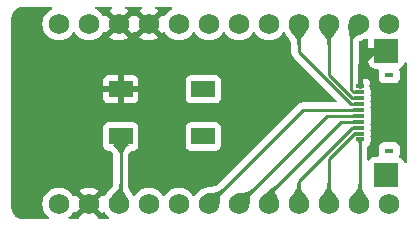
<source format=gbl>
G04 #@! TF.GenerationSoftware,KiCad,Pcbnew,7.0.8*
G04 #@! TF.CreationDate,2024-04-01T14:50:31+01:00*
G04 #@! TF.ProjectId,daughterboard,64617567-6874-4657-9262-6f6172642e6b,rev?*
G04 #@! TF.SameCoordinates,Original*
G04 #@! TF.FileFunction,Copper,L2,Bot*
G04 #@! TF.FilePolarity,Positive*
%FSLAX46Y46*%
G04 Gerber Fmt 4.6, Leading zero omitted, Abs format (unit mm)*
G04 Created by KiCad (PCBNEW 7.0.8) date 2024-04-01 14:50:31*
%MOMM*%
%LPD*%
G01*
G04 APERTURE LIST*
G04 Aperture macros list*
%AMRoundRect*
0 Rectangle with rounded corners*
0 $1 Rounding radius*
0 $2 $3 $4 $5 $6 $7 $8 $9 X,Y pos of 4 corners*
0 Add a 4 corners polygon primitive as box body*
4,1,4,$2,$3,$4,$5,$6,$7,$8,$9,$2,$3,0*
0 Add four circle primitives for the rounded corners*
1,1,$1+$1,$2,$3*
1,1,$1+$1,$4,$5*
1,1,$1+$1,$6,$7*
1,1,$1+$1,$8,$9*
0 Add four rect primitives between the rounded corners*
20,1,$1+$1,$2,$3,$4,$5,0*
20,1,$1+$1,$4,$5,$6,$7,0*
20,1,$1+$1,$6,$7,$8,$9,0*
20,1,$1+$1,$8,$9,$2,$3,0*%
G04 Aperture macros list end*
G04 #@! TA.AperFunction,ComponentPad*
%ADD10C,1.752600*%
G04 #@! TD*
G04 #@! TA.AperFunction,ComponentPad*
%ADD11RoundRect,0.250001X-0.799999X-0.799999X0.799999X-0.799999X0.799999X0.799999X-0.799999X0.799999X0*%
G04 #@! TD*
G04 #@! TA.AperFunction,SMDPad,CuDef*
%ADD12R,2.000000X1.400000*%
G04 #@! TD*
G04 #@! TA.AperFunction,SMDPad,CuDef*
%ADD13R,0.800000X0.300000*%
G04 #@! TD*
G04 #@! TA.AperFunction,SMDPad,CuDef*
%ADD14R,0.800000X0.400000*%
G04 #@! TD*
G04 #@! TA.AperFunction,Conductor*
%ADD15C,0.250000*%
G04 #@! TD*
G04 #@! TA.AperFunction,Conductor*
%ADD16C,0.381000*%
G04 #@! TD*
G04 APERTURE END LIST*
D10*
X104000000Y-101475000D03*
X106540000Y-101475000D03*
X109080000Y-101475000D03*
X111620000Y-101475000D03*
X114160000Y-101475000D03*
X116700000Y-101475000D03*
X119240000Y-101475000D03*
X121780000Y-101475000D03*
X124320000Y-101475000D03*
X126860000Y-101475000D03*
X129400000Y-101475000D03*
X131940000Y-101475000D03*
X131940000Y-116715000D03*
X129400000Y-116715000D03*
X126860000Y-116715000D03*
X124320000Y-116715000D03*
X121780000Y-116715000D03*
X119240000Y-116715000D03*
X116700000Y-116715000D03*
X114160000Y-116715000D03*
X111620000Y-116715000D03*
X109080000Y-116715000D03*
X106540000Y-116715000D03*
X104000000Y-116715000D03*
D11*
X131750000Y-114250000D03*
X131750000Y-103750000D03*
D12*
X109250000Y-111000000D03*
X116250000Y-111000000D03*
X109250000Y-107000000D03*
X116250000Y-107000000D03*
D13*
X129500000Y-106750000D03*
X129500000Y-107250000D03*
X129500000Y-107750000D03*
X129500000Y-108250000D03*
X129500000Y-108750000D03*
X129500000Y-109250000D03*
X129500000Y-109750000D03*
X129500000Y-110250000D03*
X129500000Y-110750000D03*
X129500000Y-111250000D03*
D14*
X132000000Y-105800000D03*
X132000000Y-112200000D03*
D15*
X129500000Y-108750000D02*
X124665000Y-108750000D01*
X124665000Y-108750000D02*
X116700000Y-116715000D01*
X129500000Y-109250000D02*
X126705000Y-109250000D01*
X126705000Y-109250000D02*
X119240000Y-116715000D01*
X129500000Y-109750000D02*
X127873500Y-109750000D01*
X121780000Y-115843500D02*
X121780000Y-116715000D01*
X127873500Y-109750000D02*
X121780000Y-115843500D01*
X124320000Y-114783984D02*
X124320000Y-116715000D01*
X128853984Y-110250000D02*
X129500000Y-110250000D01*
X128853984Y-110250000D02*
X124320000Y-114783984D01*
X128990380Y-110750000D02*
X126860000Y-112880380D01*
X129500000Y-110750000D02*
X128990380Y-110750000D01*
X126860000Y-112880380D02*
X126860000Y-116715000D01*
X129500000Y-111250000D02*
X129500000Y-116615000D01*
X129500000Y-116615000D02*
X129400000Y-116715000D01*
X128717588Y-108250000D02*
X124320000Y-103852412D01*
X124320000Y-103852412D02*
X124320000Y-101475000D01*
X129500000Y-108250000D02*
X128717588Y-108250000D01*
X128853984Y-107750000D02*
X126860000Y-105756016D01*
X126860000Y-105756016D02*
X126860000Y-101475000D01*
X129500000Y-107750000D02*
X128853984Y-107750000D01*
X129500000Y-107250000D02*
X128990380Y-107250000D01*
X128775000Y-102100000D02*
X129400000Y-101475000D01*
X128990380Y-107250000D02*
X128775000Y-107034620D01*
X128775000Y-107034620D02*
X128775000Y-102100000D01*
D16*
X131750000Y-103750000D02*
X130700001Y-103750000D01*
X129500000Y-104950001D02*
X129500000Y-106709500D01*
X130700001Y-103750000D02*
X129500000Y-104950001D01*
D15*
X109250000Y-111000000D02*
X109250000Y-116545000D01*
X109250000Y-116545000D02*
X109080000Y-116715000D01*
G04 #@! TA.AperFunction,Conductor*
G36*
X103409254Y-100020185D02*
G01*
X103455009Y-100072989D01*
X103464953Y-100142147D01*
X103435928Y-100205703D01*
X103401234Y-100233553D01*
X103346633Y-100263103D01*
X103244379Y-100318440D01*
X103064323Y-100458582D01*
X103064319Y-100458586D01*
X102909787Y-100626451D01*
X102784989Y-100817470D01*
X102693335Y-101026422D01*
X102637323Y-101247608D01*
X102637321Y-101247616D01*
X102618481Y-101474994D01*
X102618481Y-101475005D01*
X102637321Y-101702383D01*
X102637323Y-101702391D01*
X102693335Y-101923577D01*
X102784989Y-102132529D01*
X102909787Y-102323548D01*
X103055336Y-102481655D01*
X103064323Y-102491417D01*
X103244381Y-102631561D01*
X103445050Y-102740158D01*
X103568970Y-102782700D01*
X103659435Y-102813757D01*
X103660857Y-102814245D01*
X103885915Y-102851800D01*
X104114085Y-102851800D01*
X104339143Y-102814245D01*
X104554950Y-102740158D01*
X104755619Y-102631561D01*
X104935677Y-102491417D01*
X105090213Y-102323547D01*
X105166191Y-102207252D01*
X105219337Y-102161896D01*
X105288568Y-102152472D01*
X105351904Y-102181973D01*
X105373807Y-102207251D01*
X105383006Y-102221330D01*
X105449787Y-102323548D01*
X105595336Y-102481655D01*
X105604323Y-102491417D01*
X105784381Y-102631561D01*
X105985050Y-102740158D01*
X106108970Y-102782700D01*
X106199435Y-102813757D01*
X106200857Y-102814245D01*
X106425915Y-102851800D01*
X106654085Y-102851800D01*
X106879143Y-102814245D01*
X107094950Y-102740158D01*
X107295619Y-102631561D01*
X107475677Y-102491417D01*
X107630213Y-102323547D01*
X107706491Y-102206795D01*
X107759636Y-102161439D01*
X107828868Y-102152015D01*
X107892203Y-102181517D01*
X107914108Y-102206796D01*
X107945934Y-102255510D01*
X108557368Y-101644077D01*
X108560594Y-101659597D01*
X108629658Y-101792886D01*
X108732123Y-101902598D01*
X108860388Y-101980598D01*
X108913166Y-101995385D01*
X108298088Y-102610462D01*
X108298089Y-102610463D01*
X108324651Y-102631137D01*
X108324652Y-102631139D01*
X108525250Y-102739698D01*
X108525255Y-102739700D01*
X108740976Y-102813757D01*
X108965958Y-102851300D01*
X109194042Y-102851300D01*
X109419023Y-102813757D01*
X109634744Y-102739700D01*
X109634749Y-102739698D01*
X109835346Y-102631139D01*
X109835349Y-102631137D01*
X109861910Y-102610463D01*
X109248603Y-101997156D01*
X109366412Y-101945985D01*
X109482862Y-101851246D01*
X109569433Y-101728603D01*
X109600300Y-101641748D01*
X110214063Y-102255511D01*
X110246190Y-102206337D01*
X110299336Y-102160980D01*
X110368567Y-102151556D01*
X110431903Y-102181057D01*
X110453808Y-102206337D01*
X110485934Y-102255510D01*
X111097368Y-101644077D01*
X111100594Y-101659597D01*
X111169658Y-101792886D01*
X111272123Y-101902598D01*
X111400388Y-101980598D01*
X111453166Y-101995385D01*
X110838088Y-102610462D01*
X110838089Y-102610463D01*
X110864651Y-102631137D01*
X110864652Y-102631139D01*
X111065250Y-102739698D01*
X111065255Y-102739700D01*
X111280976Y-102813757D01*
X111505958Y-102851300D01*
X111734042Y-102851300D01*
X111959023Y-102813757D01*
X112174744Y-102739700D01*
X112174749Y-102739698D01*
X112375346Y-102631139D01*
X112375349Y-102631137D01*
X112401910Y-102610463D01*
X111788603Y-101997156D01*
X111906412Y-101945985D01*
X112022862Y-101851246D01*
X112109433Y-101728603D01*
X112140300Y-101641748D01*
X112754063Y-102255511D01*
X112785891Y-102206795D01*
X112839037Y-102161438D01*
X112908268Y-102152014D01*
X112971604Y-102181515D01*
X112993509Y-102206795D01*
X113069787Y-102323548D01*
X113215336Y-102481655D01*
X113224323Y-102491417D01*
X113404381Y-102631561D01*
X113605050Y-102740158D01*
X113728970Y-102782700D01*
X113819435Y-102813757D01*
X113820857Y-102814245D01*
X114045915Y-102851800D01*
X114274085Y-102851800D01*
X114499143Y-102814245D01*
X114714950Y-102740158D01*
X114915619Y-102631561D01*
X115095677Y-102491417D01*
X115250213Y-102323547D01*
X115326191Y-102207252D01*
X115379337Y-102161896D01*
X115448568Y-102152472D01*
X115511904Y-102181973D01*
X115533807Y-102207251D01*
X115543006Y-102221330D01*
X115609787Y-102323548D01*
X115755336Y-102481655D01*
X115764323Y-102491417D01*
X115944381Y-102631561D01*
X116145050Y-102740158D01*
X116268970Y-102782700D01*
X116359435Y-102813757D01*
X116360857Y-102814245D01*
X116585915Y-102851800D01*
X116814085Y-102851800D01*
X117039143Y-102814245D01*
X117254950Y-102740158D01*
X117455619Y-102631561D01*
X117635677Y-102491417D01*
X117790213Y-102323547D01*
X117866191Y-102207252D01*
X117919337Y-102161896D01*
X117988568Y-102152472D01*
X118051904Y-102181973D01*
X118073807Y-102207251D01*
X118083006Y-102221330D01*
X118149787Y-102323548D01*
X118295336Y-102481655D01*
X118304323Y-102491417D01*
X118484381Y-102631561D01*
X118685050Y-102740158D01*
X118808970Y-102782700D01*
X118899435Y-102813757D01*
X118900857Y-102814245D01*
X119125915Y-102851800D01*
X119354085Y-102851800D01*
X119579143Y-102814245D01*
X119794950Y-102740158D01*
X119995619Y-102631561D01*
X120175677Y-102491417D01*
X120330213Y-102323547D01*
X120406191Y-102207252D01*
X120459337Y-102161896D01*
X120528568Y-102152472D01*
X120591904Y-102181973D01*
X120613807Y-102207251D01*
X120623006Y-102221330D01*
X120689787Y-102323548D01*
X120835336Y-102481655D01*
X120844323Y-102491417D01*
X121024381Y-102631561D01*
X121225050Y-102740158D01*
X121348970Y-102782700D01*
X121439435Y-102813757D01*
X121440857Y-102814245D01*
X121665915Y-102851800D01*
X121894085Y-102851800D01*
X122119143Y-102814245D01*
X122334950Y-102740158D01*
X122535619Y-102631561D01*
X122715677Y-102491417D01*
X122870213Y-102323547D01*
X122891111Y-102291561D01*
X122914663Y-102255511D01*
X122943240Y-102211769D01*
X122996384Y-102166413D01*
X123065616Y-102156989D01*
X123128952Y-102186490D01*
X123156508Y-102221328D01*
X123174702Y-102255511D01*
X123255754Y-102407790D01*
X123267035Y-102426913D01*
X123274368Y-102438179D01*
X123280224Y-102447176D01*
X123286308Y-102455686D01*
X123293068Y-102465144D01*
X123484199Y-102709230D01*
X123595664Y-102850238D01*
X123611530Y-102876395D01*
X123651130Y-102964700D01*
X123661224Y-103001717D01*
X123691445Y-103273133D01*
X123693921Y-103291127D01*
X123694500Y-103299587D01*
X123694500Y-103769667D01*
X123692775Y-103785284D01*
X123693061Y-103785311D01*
X123692326Y-103793077D01*
X123694500Y-103862226D01*
X123694500Y-103891755D01*
X123694501Y-103891772D01*
X123695368Y-103898643D01*
X123695826Y-103904462D01*
X123697290Y-103951036D01*
X123697291Y-103951039D01*
X123702880Y-103970279D01*
X123706824Y-103989323D01*
X123709336Y-104009203D01*
X123726490Y-104052531D01*
X123728382Y-104058059D01*
X123741381Y-104102800D01*
X123751580Y-104120046D01*
X123760138Y-104137515D01*
X123767514Y-104156144D01*
X123794898Y-104193835D01*
X123798106Y-104198719D01*
X123821827Y-104238828D01*
X123821833Y-104238836D01*
X123835990Y-104252992D01*
X123848628Y-104267788D01*
X123860405Y-104283998D01*
X123860406Y-104283999D01*
X123896309Y-104313700D01*
X123900620Y-104317622D01*
X125739643Y-106156645D01*
X127495817Y-107912819D01*
X127529302Y-107974142D01*
X127524318Y-108043834D01*
X127482446Y-108099767D01*
X127416982Y-108124184D01*
X127408136Y-108124500D01*
X124747743Y-108124500D01*
X124732122Y-108122775D01*
X124732096Y-108123061D01*
X124724334Y-108122327D01*
X124724333Y-108122327D01*
X124655186Y-108124500D01*
X124625649Y-108124500D01*
X124618766Y-108125369D01*
X124612949Y-108125826D01*
X124566373Y-108127290D01*
X124547129Y-108132881D01*
X124528079Y-108136825D01*
X124508211Y-108139334D01*
X124464884Y-108156488D01*
X124459358Y-108158379D01*
X124414614Y-108171379D01*
X124414610Y-108171381D01*
X124397366Y-108181579D01*
X124379905Y-108190133D01*
X124361274Y-108197510D01*
X124361262Y-108197517D01*
X124323570Y-108224902D01*
X124318687Y-108228109D01*
X124278580Y-108251829D01*
X124264414Y-108265995D01*
X124249624Y-108278627D01*
X124233414Y-108290404D01*
X124233411Y-108290407D01*
X124203710Y-108326309D01*
X124199777Y-108330631D01*
X117548688Y-114981719D01*
X117530268Y-114995984D01*
X117530664Y-114996559D01*
X117527028Y-114999063D01*
X117313728Y-115169622D01*
X117280415Y-115188659D01*
X117189972Y-115223099D01*
X117160257Y-115230376D01*
X116981732Y-115251267D01*
X116673999Y-115288710D01*
X116652240Y-115292327D01*
X116640417Y-115294826D01*
X116628593Y-115297326D01*
X116612841Y-115301387D01*
X116607065Y-115302876D01*
X116381226Y-115371816D01*
X116373322Y-115373674D01*
X116360866Y-115375752D01*
X116360859Y-115375754D01*
X116332251Y-115385574D01*
X116300918Y-115396331D01*
X116223599Y-115419935D01*
X116212164Y-115423726D01*
X116206850Y-115425629D01*
X116205457Y-115426128D01*
X116205455Y-115426129D01*
X116179635Y-115437698D01*
X116174416Y-115439759D01*
X116145053Y-115449840D01*
X116145047Y-115449843D01*
X115944383Y-115558437D01*
X115944379Y-115558439D01*
X115764323Y-115698582D01*
X115764319Y-115698586D01*
X115609787Y-115866451D01*
X115533809Y-115982746D01*
X115480663Y-116028103D01*
X115411431Y-116037527D01*
X115348095Y-116008025D01*
X115326191Y-115982746D01*
X115250212Y-115866451D01*
X115095680Y-115698586D01*
X115095676Y-115698582D01*
X114942726Y-115579537D01*
X114915619Y-115558439D01*
X114714950Y-115449842D01*
X114714942Y-115449839D01*
X114499145Y-115375755D01*
X114274085Y-115338200D01*
X114045915Y-115338200D01*
X113820854Y-115375755D01*
X113605057Y-115449839D01*
X113605049Y-115449842D01*
X113404379Y-115558440D01*
X113224323Y-115698582D01*
X113224319Y-115698586D01*
X113069787Y-115866451D01*
X112993809Y-115982746D01*
X112940663Y-116028103D01*
X112871431Y-116037527D01*
X112808095Y-116008025D01*
X112786191Y-115982746D01*
X112710212Y-115866451D01*
X112555680Y-115698586D01*
X112555676Y-115698582D01*
X112402726Y-115579537D01*
X112375619Y-115558439D01*
X112174950Y-115449842D01*
X112174942Y-115449839D01*
X111959145Y-115375755D01*
X111734085Y-115338200D01*
X111505915Y-115338200D01*
X111280854Y-115375755D01*
X111065057Y-115449839D01*
X111065049Y-115449842D01*
X110864379Y-115558440D01*
X110684323Y-115698582D01*
X110684319Y-115698586D01*
X110529789Y-115866449D01*
X110461898Y-115970365D01*
X110408751Y-116015721D01*
X110339520Y-116025145D01*
X110276184Y-115995643D01*
X110246462Y-115956537D01*
X110235918Y-115934738D01*
X110180250Y-115819651D01*
X110174911Y-115809236D01*
X110172030Y-115803923D01*
X110169107Y-115798531D01*
X110166957Y-115794774D01*
X110163357Y-115788482D01*
X110025078Y-115559166D01*
X109950541Y-115422286D01*
X109940559Y-115398236D01*
X109905393Y-115279600D01*
X109900610Y-115253386D01*
X109900455Y-115251267D01*
X109879951Y-114970272D01*
X109876091Y-114934736D01*
X109875863Y-114932636D01*
X109875500Y-114925935D01*
X109875500Y-112580736D01*
X109892782Y-112517592D01*
X109898763Y-112507483D01*
X109915194Y-112479713D01*
X109917441Y-112476197D01*
X110007791Y-112344853D01*
X110010932Y-112340679D01*
X110088876Y-112245791D01*
X110146639Y-112206483D01*
X110184694Y-112200499D01*
X110297871Y-112200499D01*
X110297872Y-112200499D01*
X110357483Y-112194091D01*
X110492331Y-112143796D01*
X110607546Y-112057546D01*
X110693796Y-111942331D01*
X110744091Y-111807483D01*
X110750500Y-111747873D01*
X110750500Y-111747870D01*
X114749500Y-111747870D01*
X114749501Y-111747876D01*
X114755908Y-111807483D01*
X114806202Y-111942328D01*
X114806206Y-111942335D01*
X114892452Y-112057544D01*
X114892455Y-112057547D01*
X115007664Y-112143793D01*
X115007671Y-112143797D01*
X115142517Y-112194091D01*
X115142516Y-112194091D01*
X115149444Y-112194835D01*
X115202127Y-112200500D01*
X117297872Y-112200499D01*
X117357483Y-112194091D01*
X117492331Y-112143796D01*
X117607546Y-112057546D01*
X117693796Y-111942331D01*
X117744091Y-111807483D01*
X117750500Y-111747873D01*
X117750499Y-110252128D01*
X117744091Y-110192517D01*
X117693796Y-110057669D01*
X117693795Y-110057668D01*
X117693793Y-110057664D01*
X117607547Y-109942455D01*
X117607544Y-109942452D01*
X117492335Y-109856206D01*
X117492328Y-109856202D01*
X117357482Y-109805908D01*
X117357483Y-109805908D01*
X117297883Y-109799501D01*
X117297881Y-109799500D01*
X117297873Y-109799500D01*
X117297864Y-109799500D01*
X115202129Y-109799500D01*
X115202123Y-109799501D01*
X115142516Y-109805908D01*
X115007671Y-109856202D01*
X115007664Y-109856206D01*
X114892455Y-109942452D01*
X114892452Y-109942455D01*
X114806206Y-110057664D01*
X114806202Y-110057671D01*
X114755908Y-110192517D01*
X114749501Y-110252116D01*
X114749501Y-110252123D01*
X114749500Y-110252135D01*
X114749500Y-111747870D01*
X110750500Y-111747870D01*
X110750499Y-110252128D01*
X110744091Y-110192517D01*
X110693796Y-110057669D01*
X110693795Y-110057668D01*
X110693793Y-110057664D01*
X110607547Y-109942455D01*
X110607544Y-109942452D01*
X110492335Y-109856206D01*
X110492328Y-109856202D01*
X110357482Y-109805908D01*
X110357483Y-109805908D01*
X110297883Y-109799501D01*
X110297881Y-109799500D01*
X110297873Y-109799500D01*
X110297864Y-109799500D01*
X108202129Y-109799500D01*
X108202123Y-109799501D01*
X108142516Y-109805908D01*
X108007671Y-109856202D01*
X108007664Y-109856206D01*
X107892455Y-109942452D01*
X107892452Y-109942455D01*
X107806206Y-110057664D01*
X107806202Y-110057671D01*
X107755908Y-110192517D01*
X107749501Y-110252116D01*
X107749501Y-110252123D01*
X107749500Y-110252135D01*
X107749500Y-111747870D01*
X107749501Y-111747876D01*
X107755908Y-111807483D01*
X107806202Y-111942328D01*
X107806206Y-111942335D01*
X107892452Y-112057544D01*
X107892455Y-112057547D01*
X108007664Y-112143793D01*
X108007671Y-112143797D01*
X108052618Y-112160561D01*
X108142517Y-112194091D01*
X108202127Y-112200500D01*
X108315305Y-112200499D01*
X108382344Y-112220183D01*
X108411123Y-112245792D01*
X108489045Y-112340654D01*
X108492213Y-112344863D01*
X108582556Y-112476196D01*
X108584814Y-112479731D01*
X108607217Y-112517592D01*
X108624500Y-112580738D01*
X108624500Y-114915585D01*
X108623061Y-114934420D01*
X108586569Y-115171877D01*
X108568461Y-115219867D01*
X108535284Y-115271725D01*
X108513019Y-115297750D01*
X108424344Y-115376242D01*
X108367986Y-115426129D01*
X108366492Y-115427451D01*
X108356598Y-115436608D01*
X108113639Y-115675460D01*
X108113640Y-115675460D01*
X108091541Y-115700239D01*
X108091540Y-115700240D01*
X108069267Y-115728784D01*
X108050640Y-115756180D01*
X107950440Y-115926550D01*
X107948902Y-115929030D01*
X107913509Y-115983203D01*
X107860363Y-116028560D01*
X107791131Y-116037984D01*
X107727796Y-116008482D01*
X107705891Y-115983203D01*
X107674063Y-115934487D01*
X107062630Y-116545920D01*
X107059406Y-116530403D01*
X106990342Y-116397114D01*
X106887877Y-116287402D01*
X106759612Y-116209402D01*
X106706833Y-116194614D01*
X107321910Y-115579537D01*
X107321909Y-115579535D01*
X107295349Y-115558862D01*
X107295348Y-115558861D01*
X107094749Y-115450301D01*
X107094744Y-115450299D01*
X106879023Y-115376242D01*
X106654042Y-115338700D01*
X106425958Y-115338700D01*
X106200976Y-115376242D01*
X105985255Y-115450299D01*
X105985250Y-115450301D01*
X105784652Y-115558860D01*
X105784646Y-115558864D01*
X105758089Y-115579534D01*
X105758089Y-115579536D01*
X106371396Y-116192843D01*
X106253588Y-116244015D01*
X106137138Y-116338754D01*
X106050567Y-116461397D01*
X106019699Y-116548252D01*
X105405934Y-115934487D01*
X105374108Y-115983203D01*
X105320962Y-116028560D01*
X105251730Y-116037984D01*
X105188394Y-116008482D01*
X105166490Y-115983204D01*
X105090210Y-115866449D01*
X104935680Y-115698586D01*
X104935676Y-115698582D01*
X104782726Y-115579537D01*
X104755619Y-115558439D01*
X104554950Y-115449842D01*
X104554942Y-115449839D01*
X104339145Y-115375755D01*
X104114085Y-115338200D01*
X103885915Y-115338200D01*
X103660854Y-115375755D01*
X103445057Y-115449839D01*
X103445049Y-115449842D01*
X103244379Y-115558440D01*
X103064323Y-115698582D01*
X103064319Y-115698586D01*
X102909787Y-115866451D01*
X102784989Y-116057470D01*
X102693335Y-116266422D01*
X102637323Y-116487608D01*
X102637321Y-116487616D01*
X102618481Y-116714994D01*
X102618481Y-116715005D01*
X102637321Y-116942383D01*
X102637323Y-116942391D01*
X102693335Y-117163577D01*
X102784989Y-117372529D01*
X102909787Y-117563548D01*
X103064319Y-117731413D01*
X103064330Y-117731424D01*
X103123718Y-117777647D01*
X103164531Y-117834357D01*
X103168206Y-117904130D01*
X103133574Y-117964813D01*
X103071633Y-117997140D01*
X103047556Y-117999500D01*
X101002710Y-117999500D01*
X100997303Y-117999264D01*
X100995015Y-117999063D01*
X100954554Y-117995523D01*
X100828238Y-117983082D01*
X100808299Y-117979454D01*
X100741669Y-117961601D01*
X100648435Y-117933319D01*
X100632027Y-117927040D01*
X100582894Y-117904130D01*
X100564618Y-117895607D01*
X100561605Y-117894101D01*
X100477671Y-117849236D01*
X100471331Y-117845341D01*
X100405170Y-117799015D01*
X100401398Y-117796154D01*
X100329190Y-117736895D01*
X100324688Y-117732815D01*
X100267182Y-117675309D01*
X100263103Y-117670808D01*
X100203844Y-117598600D01*
X100200983Y-117594828D01*
X100154657Y-117528667D01*
X100150762Y-117522327D01*
X100124857Y-117473864D01*
X100105888Y-117438375D01*
X100104406Y-117435411D01*
X100072958Y-117367971D01*
X100066682Y-117351570D01*
X100038403Y-117258349D01*
X100020541Y-117191685D01*
X100016918Y-117171771D01*
X100004482Y-117045519D01*
X100000735Y-117002695D01*
X100000500Y-116997293D01*
X100000500Y-107250000D01*
X107750000Y-107250000D01*
X107750000Y-107747844D01*
X107756401Y-107807372D01*
X107756403Y-107807379D01*
X107806645Y-107942086D01*
X107806649Y-107942093D01*
X107892809Y-108057187D01*
X107892812Y-108057190D01*
X108007906Y-108143350D01*
X108007913Y-108143354D01*
X108142620Y-108193596D01*
X108142627Y-108193598D01*
X108202155Y-108199999D01*
X108202172Y-108200000D01*
X109000000Y-108200000D01*
X109000000Y-107250000D01*
X109500000Y-107250000D01*
X109500000Y-108200000D01*
X110297828Y-108200000D01*
X110297844Y-108199999D01*
X110357372Y-108193598D01*
X110357379Y-108193596D01*
X110492086Y-108143354D01*
X110492093Y-108143350D01*
X110607187Y-108057190D01*
X110607190Y-108057187D01*
X110693350Y-107942093D01*
X110693354Y-107942086D01*
X110743596Y-107807379D01*
X110743598Y-107807372D01*
X110749996Y-107747870D01*
X114749500Y-107747870D01*
X114749501Y-107747876D01*
X114755908Y-107807483D01*
X114806202Y-107942328D01*
X114806206Y-107942335D01*
X114892452Y-108057544D01*
X114892455Y-108057547D01*
X115007664Y-108143793D01*
X115007671Y-108143797D01*
X115142517Y-108194091D01*
X115142516Y-108194091D01*
X115149444Y-108194835D01*
X115202127Y-108200500D01*
X117297872Y-108200499D01*
X117357483Y-108194091D01*
X117492331Y-108143796D01*
X117607546Y-108057546D01*
X117693796Y-107942331D01*
X117744091Y-107807483D01*
X117750500Y-107747873D01*
X117750499Y-106252128D01*
X117744091Y-106192517D01*
X117712375Y-106107483D01*
X117693797Y-106057671D01*
X117693793Y-106057664D01*
X117607547Y-105942455D01*
X117607544Y-105942452D01*
X117492335Y-105856206D01*
X117492328Y-105856202D01*
X117357482Y-105805908D01*
X117357483Y-105805908D01*
X117297883Y-105799501D01*
X117297881Y-105799500D01*
X117297873Y-105799500D01*
X117297864Y-105799500D01*
X115202129Y-105799500D01*
X115202123Y-105799501D01*
X115142516Y-105805908D01*
X115007671Y-105856202D01*
X115007664Y-105856206D01*
X114892455Y-105942452D01*
X114892452Y-105942455D01*
X114806206Y-106057664D01*
X114806202Y-106057671D01*
X114755908Y-106192517D01*
X114749501Y-106252116D01*
X114749501Y-106252123D01*
X114749500Y-106252135D01*
X114749500Y-107747870D01*
X110749996Y-107747870D01*
X110749999Y-107747844D01*
X110750000Y-107747827D01*
X110750000Y-107250000D01*
X109500000Y-107250000D01*
X109000000Y-107250000D01*
X107750000Y-107250000D01*
X100000500Y-107250000D01*
X100000500Y-106750000D01*
X107750000Y-106750000D01*
X109000000Y-106750000D01*
X109000000Y-105800000D01*
X109500000Y-105800000D01*
X109500000Y-106750000D01*
X110750000Y-106750000D01*
X110750000Y-106252172D01*
X110749999Y-106252155D01*
X110743598Y-106192627D01*
X110743596Y-106192620D01*
X110693354Y-106057913D01*
X110693350Y-106057906D01*
X110607190Y-105942812D01*
X110607187Y-105942809D01*
X110492093Y-105856649D01*
X110492086Y-105856645D01*
X110357379Y-105806403D01*
X110357372Y-105806401D01*
X110297844Y-105800000D01*
X109500000Y-105800000D01*
X109000000Y-105800000D01*
X108202155Y-105800000D01*
X108142627Y-105806401D01*
X108142620Y-105806403D01*
X108007913Y-105856645D01*
X108007906Y-105856649D01*
X107892812Y-105942809D01*
X107892809Y-105942812D01*
X107806649Y-106057906D01*
X107806645Y-106057913D01*
X107756403Y-106192620D01*
X107756401Y-106192627D01*
X107750000Y-106252155D01*
X107750000Y-106750000D01*
X100000500Y-106750000D01*
X100000500Y-101002705D01*
X100000736Y-100997299D01*
X100004476Y-100954554D01*
X100016918Y-100828223D01*
X100020542Y-100808309D01*
X100038402Y-100741653D01*
X100066683Y-100648424D01*
X100072953Y-100632037D01*
X100104420Y-100564558D01*
X100105872Y-100561653D01*
X100150764Y-100477666D01*
X100154657Y-100471331D01*
X100163581Y-100458586D01*
X100200994Y-100405155D01*
X100203827Y-100401420D01*
X100263122Y-100329168D01*
X100267162Y-100324710D01*
X100324710Y-100267162D01*
X100329168Y-100263122D01*
X100401420Y-100203827D01*
X100405155Y-100200994D01*
X100471334Y-100154654D01*
X100477666Y-100150764D01*
X100561653Y-100105872D01*
X100564558Y-100104420D01*
X100632037Y-100072953D01*
X100648424Y-100066683D01*
X100741653Y-100038402D01*
X100808309Y-100020542D01*
X100828223Y-100016918D01*
X100954542Y-100004477D01*
X100997305Y-100000735D01*
X101002706Y-100000500D01*
X103342215Y-100000500D01*
X103409254Y-100020185D01*
G37*
G04 #@! TD.AperFunction*
G04 #@! TA.AperFunction,Conductor*
G36*
X106020594Y-116899597D02*
G01*
X106089658Y-117032886D01*
X106192123Y-117142598D01*
X106320388Y-117220598D01*
X106373166Y-117235385D01*
X105758088Y-117850462D01*
X105759166Y-117867818D01*
X105743672Y-117935948D01*
X105693804Y-117984886D01*
X105635404Y-117999500D01*
X104952444Y-117999500D01*
X104885405Y-117979815D01*
X104839650Y-117927011D01*
X104829706Y-117857853D01*
X104858731Y-117794297D01*
X104876282Y-117777647D01*
X104935669Y-117731424D01*
X104935672Y-117731420D01*
X104935677Y-117731417D01*
X105090213Y-117563547D01*
X105150826Y-117470772D01*
X105166490Y-117446796D01*
X105219636Y-117401439D01*
X105288868Y-117392015D01*
X105352203Y-117421517D01*
X105374108Y-117446796D01*
X105405934Y-117495510D01*
X106017368Y-116884077D01*
X106020594Y-116899597D01*
G37*
G04 #@! TD.AperFunction*
G04 #@! TA.AperFunction,Conductor*
G36*
X107674063Y-117495511D02*
G01*
X107705891Y-117446795D01*
X107759037Y-117401438D01*
X107828268Y-117392014D01*
X107891604Y-117421515D01*
X107913509Y-117446795D01*
X107989787Y-117563548D01*
X108144319Y-117731413D01*
X108144330Y-117731424D01*
X108203718Y-117777647D01*
X108244531Y-117834357D01*
X108248206Y-117904130D01*
X108213574Y-117964813D01*
X108151633Y-117997140D01*
X108127556Y-117999500D01*
X107444595Y-117999500D01*
X107377556Y-117979815D01*
X107331801Y-117927011D01*
X107320833Y-117867820D01*
X107321910Y-117850463D01*
X106708603Y-117237156D01*
X106826412Y-117185985D01*
X106942862Y-117091246D01*
X107029433Y-116968603D01*
X107060300Y-116881748D01*
X107674063Y-117495511D01*
G37*
G04 #@! TD.AperFunction*
G04 #@! TA.AperFunction,Conductor*
G36*
X130146892Y-102710465D02*
G01*
X130194596Y-102761515D01*
X130207171Y-102829824D01*
X130200000Y-102900012D01*
X130200000Y-103500000D01*
X131255148Y-103500000D01*
X131206441Y-103637047D01*
X131196123Y-103787886D01*
X131226884Y-103935915D01*
X131260090Y-104000000D01*
X130200000Y-104000000D01*
X130200000Y-104599985D01*
X130210493Y-104702689D01*
X130210494Y-104702696D01*
X130265641Y-104869118D01*
X130265643Y-104869123D01*
X130357684Y-105018344D01*
X130481655Y-105142315D01*
X130630876Y-105234356D01*
X130630881Y-105234358D01*
X130797303Y-105289505D01*
X130797310Y-105289506D01*
X130900014Y-105299999D01*
X130900027Y-105300000D01*
X130999120Y-105300000D01*
X131066159Y-105319685D01*
X131111914Y-105372489D01*
X131121858Y-105441647D01*
X131115302Y-105467334D01*
X131105909Y-105492514D01*
X131105909Y-105492516D01*
X131105909Y-105492517D01*
X131099500Y-105552127D01*
X131099500Y-105552134D01*
X131099500Y-105552135D01*
X131099500Y-106047870D01*
X131099501Y-106047876D01*
X131105908Y-106107483D01*
X131156202Y-106242328D01*
X131156206Y-106242335D01*
X131242452Y-106357544D01*
X131242455Y-106357547D01*
X131357664Y-106443793D01*
X131357671Y-106443797D01*
X131492517Y-106494091D01*
X131492516Y-106494091D01*
X131499444Y-106494835D01*
X131552127Y-106500500D01*
X132447872Y-106500499D01*
X132507483Y-106494091D01*
X132642331Y-106443796D01*
X132757546Y-106357546D01*
X132843796Y-106242331D01*
X132894091Y-106107483D01*
X132900500Y-106047873D01*
X132900499Y-105552128D01*
X132894091Y-105492517D01*
X132884698Y-105467334D01*
X132846728Y-105365531D01*
X132841744Y-105295840D01*
X132875229Y-105234517D01*
X132897814Y-105216659D01*
X133018342Y-105142317D01*
X133142315Y-105018344D01*
X133234356Y-104869123D01*
X133234359Y-104869116D01*
X133258023Y-104797702D01*
X133297795Y-104740257D01*
X133362310Y-104713433D01*
X133431086Y-104725747D01*
X133482287Y-104773290D01*
X133499729Y-104836698D01*
X133500227Y-113163201D01*
X133480546Y-113230241D01*
X133427745Y-113275999D01*
X133358587Y-113285947D01*
X133295030Y-113256926D01*
X133258522Y-113202213D01*
X133234814Y-113130666D01*
X133173782Y-113031719D01*
X133142713Y-112981348D01*
X133142710Y-112981344D01*
X133018656Y-112857290D01*
X133018655Y-112857289D01*
X132897988Y-112782860D01*
X132851266Y-112730915D01*
X132840045Y-112661952D01*
X132846904Y-112633997D01*
X132894091Y-112507483D01*
X132900500Y-112447873D01*
X132900499Y-111952128D01*
X132894091Y-111892517D01*
X132878260Y-111850073D01*
X132843797Y-111757671D01*
X132843793Y-111757664D01*
X132757547Y-111642455D01*
X132757544Y-111642452D01*
X132642335Y-111556206D01*
X132642328Y-111556202D01*
X132507482Y-111505908D01*
X132507483Y-111505908D01*
X132447883Y-111499501D01*
X132447881Y-111499500D01*
X132447873Y-111499500D01*
X132447864Y-111499500D01*
X131552129Y-111499500D01*
X131552123Y-111499501D01*
X131492516Y-111505908D01*
X131357671Y-111556202D01*
X131357664Y-111556206D01*
X131242455Y-111642452D01*
X131242452Y-111642455D01*
X131156206Y-111757664D01*
X131156202Y-111757671D01*
X131121235Y-111851425D01*
X131105909Y-111892517D01*
X131099500Y-111952127D01*
X131099500Y-111952134D01*
X131099500Y-111952135D01*
X131099500Y-112447870D01*
X131099501Y-112447876D01*
X131105909Y-112507485D01*
X131115115Y-112532168D01*
X131120099Y-112601860D01*
X131086613Y-112663182D01*
X131025289Y-112696667D01*
X130998933Y-112699500D01*
X130899984Y-112699500D01*
X130797204Y-112710000D01*
X130797203Y-112710001D01*
X130630664Y-112765186D01*
X130630662Y-112765187D01*
X130481348Y-112857286D01*
X130481344Y-112857289D01*
X130357289Y-112981344D01*
X130355037Y-112984996D01*
X130352838Y-112986973D01*
X130352808Y-112987012D01*
X130352801Y-112987006D01*
X130303088Y-113031719D01*
X130234125Y-113042939D01*
X130170043Y-113015094D01*
X130131189Y-112957024D01*
X130125500Y-112919896D01*
X130125500Y-111918464D01*
X130145185Y-111851425D01*
X130175187Y-111819199D01*
X130257546Y-111757546D01*
X130343796Y-111642331D01*
X130394091Y-111507483D01*
X130400500Y-111447873D01*
X130400499Y-111052128D01*
X130400498Y-111052111D01*
X130396320Y-111013253D01*
X130396320Y-110986747D01*
X130400500Y-110947873D01*
X130400499Y-110552128D01*
X130400498Y-110552111D01*
X130396320Y-110513253D01*
X130396320Y-110486747D01*
X130400500Y-110447873D01*
X130400499Y-110052128D01*
X130400498Y-110052111D01*
X130396320Y-110013253D01*
X130396320Y-109986747D01*
X130400500Y-109947873D01*
X130400499Y-109552128D01*
X130400498Y-109552111D01*
X130396320Y-109513253D01*
X130396320Y-109486747D01*
X130400500Y-109447873D01*
X130400499Y-109052128D01*
X130400498Y-109052111D01*
X130396320Y-109013253D01*
X130396320Y-108986747D01*
X130400500Y-108947873D01*
X130400499Y-108552128D01*
X130400498Y-108552111D01*
X130396320Y-108513253D01*
X130396320Y-108486747D01*
X130400500Y-108447873D01*
X130400499Y-108052128D01*
X130400498Y-108052111D01*
X130396320Y-108013253D01*
X130396320Y-107986747D01*
X130400500Y-107947873D01*
X130400499Y-107552128D01*
X130400498Y-107552111D01*
X130396320Y-107513253D01*
X130396320Y-107486747D01*
X130400500Y-107447873D01*
X130400499Y-107052128D01*
X130396067Y-107010898D01*
X130396068Y-106984393D01*
X130399999Y-106947833D01*
X130400000Y-106947819D01*
X130400000Y-106900000D01*
X130384388Y-106884388D01*
X130370516Y-106880315D01*
X130338289Y-106850312D01*
X130299361Y-106798312D01*
X130274943Y-106732848D01*
X130289794Y-106664575D01*
X130339198Y-106615169D01*
X130398627Y-106600000D01*
X130400000Y-106600000D01*
X130400000Y-106552172D01*
X130399999Y-106552155D01*
X130393598Y-106492627D01*
X130393596Y-106492620D01*
X130343354Y-106357913D01*
X130343350Y-106357906D01*
X130257190Y-106242812D01*
X130257187Y-106242809D01*
X130142093Y-106156649D01*
X130142086Y-106156645D01*
X130007379Y-106106403D01*
X130007372Y-106106401D01*
X129947844Y-106100000D01*
X129650000Y-106100000D01*
X129650000Y-106475500D01*
X129630315Y-106542539D01*
X129577511Y-106588294D01*
X129526000Y-106599500D01*
X129524500Y-106599500D01*
X129457461Y-106579815D01*
X129411706Y-106527011D01*
X129400500Y-106475500D01*
X129400500Y-103059138D01*
X129403303Y-103032924D01*
X129408003Y-103011194D01*
X129441414Y-102949831D01*
X129490898Y-102919472D01*
X129569374Y-102893988D01*
X129890694Y-102782703D01*
X129902701Y-102777594D01*
X129922704Y-102769086D01*
X129937571Y-102761515D01*
X129956588Y-102751830D01*
X129971668Y-102742793D01*
X129986454Y-102733934D01*
X129986452Y-102733935D01*
X130000274Y-102724300D01*
X130012908Y-102715494D01*
X130079161Y-102693309D01*
X130146892Y-102710465D01*
G37*
G04 #@! TD.AperFunction*
G04 #@! TA.AperFunction,Conductor*
G36*
X108490304Y-100020185D02*
G01*
X108536059Y-100072989D01*
X108546003Y-100142147D01*
X108516978Y-100205703D01*
X108482283Y-100233555D01*
X108324652Y-100318860D01*
X108324646Y-100318864D01*
X108298089Y-100339534D01*
X108298089Y-100339536D01*
X108911396Y-100952843D01*
X108793588Y-101004015D01*
X108677138Y-101098754D01*
X108590567Y-101221397D01*
X108559699Y-101308252D01*
X107945934Y-100694487D01*
X107914108Y-100743203D01*
X107860962Y-100788560D01*
X107791730Y-100797984D01*
X107728394Y-100768482D01*
X107706490Y-100743204D01*
X107644567Y-100648424D01*
X107630213Y-100626453D01*
X107630211Y-100626451D01*
X107630210Y-100626449D01*
X107475680Y-100458586D01*
X107475676Y-100458582D01*
X107385648Y-100388511D01*
X107295619Y-100318439D01*
X107138766Y-100233554D01*
X107089177Y-100184335D01*
X107074069Y-100116119D01*
X107098239Y-100050563D01*
X107154015Y-100008482D01*
X107197785Y-100000500D01*
X108423265Y-100000500D01*
X108490304Y-100020185D01*
G37*
G04 #@! TD.AperFunction*
G04 #@! TA.AperFunction,Conductor*
G36*
X111030304Y-100020185D02*
G01*
X111076059Y-100072989D01*
X111086003Y-100142147D01*
X111056978Y-100205703D01*
X111022283Y-100233555D01*
X110864652Y-100318860D01*
X110864646Y-100318864D01*
X110838089Y-100339534D01*
X110838089Y-100339536D01*
X111451396Y-100952843D01*
X111333588Y-101004015D01*
X111217138Y-101098754D01*
X111130567Y-101221397D01*
X111099699Y-101308252D01*
X110485934Y-100694487D01*
X110453807Y-100743662D01*
X110400661Y-100789018D01*
X110331430Y-100798442D01*
X110268094Y-100768940D01*
X110246190Y-100743661D01*
X110214063Y-100694487D01*
X109602630Y-101305920D01*
X109599406Y-101290403D01*
X109530342Y-101157114D01*
X109427877Y-101047402D01*
X109299612Y-100969402D01*
X109246833Y-100954614D01*
X109861910Y-100339537D01*
X109861909Y-100339535D01*
X109835349Y-100318862D01*
X109835348Y-100318861D01*
X109677717Y-100233555D01*
X109628127Y-100184335D01*
X109613019Y-100116118D01*
X109637190Y-100050563D01*
X109692966Y-100008482D01*
X109736735Y-100000500D01*
X110963265Y-100000500D01*
X111030304Y-100020185D01*
G37*
G04 #@! TD.AperFunction*
G04 #@! TA.AperFunction,Conductor*
G36*
X113569254Y-100020185D02*
G01*
X113615009Y-100072989D01*
X113624953Y-100142147D01*
X113595928Y-100205703D01*
X113561234Y-100233553D01*
X113506633Y-100263103D01*
X113404379Y-100318440D01*
X113224323Y-100458582D01*
X113224319Y-100458586D01*
X113069787Y-100626452D01*
X113069784Y-100626454D01*
X112993508Y-100743204D01*
X112940362Y-100788561D01*
X112871130Y-100797984D01*
X112807795Y-100768482D01*
X112785891Y-100743203D01*
X112754063Y-100694487D01*
X112142630Y-101305920D01*
X112139406Y-101290403D01*
X112070342Y-101157114D01*
X111967877Y-101047402D01*
X111839612Y-100969402D01*
X111786833Y-100954614D01*
X112401910Y-100339537D01*
X112401909Y-100339535D01*
X112375349Y-100318862D01*
X112375348Y-100318861D01*
X112217717Y-100233555D01*
X112168127Y-100184335D01*
X112153019Y-100116118D01*
X112177190Y-100050563D01*
X112232966Y-100008482D01*
X112276735Y-100000500D01*
X113502215Y-100000500D01*
X113569254Y-100020185D01*
G37*
G04 #@! TD.AperFunction*
G04 #@! TA.AperFunction,Conductor*
G36*
X129103499Y-108601308D02*
G01*
X129401571Y-108712807D01*
X129471705Y-108739042D01*
X129478253Y-108745150D01*
X129478564Y-108754099D01*
X129472456Y-108760647D01*
X129471705Y-108760958D01*
X129103502Y-108898689D01*
X129096389Y-108899036D01*
X129070014Y-108892003D01*
X129070015Y-108892004D01*
X129070000Y-108892000D01*
X129046728Y-108886957D01*
X129040001Y-108885500D01*
X129040002Y-108885500D01*
X129030000Y-108883833D01*
X129010000Y-108880499D01*
X129009986Y-108880497D01*
X129009984Y-108880497D01*
X128980010Y-108877000D01*
X128980009Y-108877000D01*
X128980000Y-108876999D01*
X128973081Y-108876537D01*
X128960921Y-108875727D01*
X128952895Y-108871757D01*
X128950000Y-108864053D01*
X128950000Y-108635945D01*
X128953427Y-108627672D01*
X128960919Y-108624272D01*
X128980000Y-108623000D01*
X128980006Y-108622999D01*
X128980010Y-108622999D01*
X129009984Y-108619502D01*
X129009986Y-108619501D01*
X129010000Y-108619500D01*
X129030000Y-108616166D01*
X129040002Y-108614499D01*
X129040001Y-108614499D01*
X129045913Y-108613217D01*
X129070000Y-108607999D01*
X129096391Y-108600962D01*
X129103499Y-108601308D01*
G37*
G04 #@! TD.AperFunction*
G04 #@! TA.AperFunction,Conductor*
G36*
X117858290Y-115394739D02*
G01*
X118020260Y-115556709D01*
X118023687Y-115564982D01*
X118021125Y-115572289D01*
X117789011Y-115862567D01*
X117789009Y-115862569D01*
X117691641Y-116118265D01*
X117661792Y-116373362D01*
X117625822Y-116668984D01*
X117625398Y-116670987D01*
X117513354Y-117038033D01*
X117507661Y-117044945D01*
X117498748Y-117045807D01*
X117497698Y-117045431D01*
X116703785Y-116717562D01*
X116697447Y-116711238D01*
X116369568Y-115917300D01*
X116369577Y-115908346D01*
X116375916Y-115902021D01*
X116376949Y-115901651D01*
X116744022Y-115789596D01*
X116746004Y-115789177D01*
X117041636Y-115753206D01*
X117296732Y-115723356D01*
X117552432Y-115625988D01*
X117842711Y-115393873D01*
X117851312Y-115391384D01*
X117858290Y-115394739D01*
G37*
G04 #@! TD.AperFunction*
G04 #@! TA.AperFunction,Conductor*
G36*
X129106402Y-109104292D02*
G01*
X129108480Y-109104190D01*
X129113147Y-109104917D01*
X129196093Y-109135945D01*
X129471705Y-109239042D01*
X129478253Y-109245150D01*
X129478564Y-109254099D01*
X129472456Y-109260647D01*
X129471705Y-109260958D01*
X129103502Y-109398689D01*
X129096389Y-109399036D01*
X129070014Y-109392003D01*
X129070015Y-109392004D01*
X129070000Y-109392000D01*
X129046728Y-109386957D01*
X129040001Y-109385500D01*
X129040002Y-109385500D01*
X129030000Y-109383833D01*
X129010000Y-109380499D01*
X129009986Y-109380497D01*
X129009984Y-109380497D01*
X128980010Y-109377000D01*
X128980009Y-109377000D01*
X128980000Y-109376999D01*
X128973081Y-109376537D01*
X128960921Y-109375727D01*
X128952895Y-109371757D01*
X128950000Y-109364053D01*
X128950000Y-109135945D01*
X128953427Y-109127672D01*
X128960919Y-109124272D01*
X128980000Y-109123000D01*
X128980006Y-109122999D01*
X128980010Y-109122999D01*
X129009984Y-109119502D01*
X129009986Y-109119501D01*
X129010000Y-109119500D01*
X129030000Y-109116166D01*
X129040002Y-109114499D01*
X129040001Y-109114499D01*
X129046728Y-109113041D01*
X129070000Y-109107999D01*
X129070015Y-109107995D01*
X129070014Y-109107996D01*
X129075557Y-109106517D01*
X129088229Y-109103138D01*
X129092467Y-109102810D01*
X129106402Y-109104292D01*
G37*
G04 #@! TD.AperFunction*
G04 #@! TA.AperFunction,Conductor*
G36*
X120398290Y-115394739D02*
G01*
X120560260Y-115556709D01*
X120563687Y-115564982D01*
X120561125Y-115572289D01*
X120329011Y-115862567D01*
X120329009Y-115862569D01*
X120231641Y-116118265D01*
X120201792Y-116373362D01*
X120165822Y-116668984D01*
X120165398Y-116670987D01*
X120053354Y-117038033D01*
X120047661Y-117044945D01*
X120038748Y-117045807D01*
X120037698Y-117045431D01*
X119243785Y-116717562D01*
X119237447Y-116711238D01*
X118909568Y-115917300D01*
X118909577Y-115908346D01*
X118915916Y-115902021D01*
X118916949Y-115901651D01*
X119284022Y-115789596D01*
X119286004Y-115789177D01*
X119581636Y-115753206D01*
X119836732Y-115723356D01*
X120092432Y-115625988D01*
X120382711Y-115393873D01*
X120391312Y-115391384D01*
X120398290Y-115394739D01*
G37*
G04 #@! TD.AperFunction*
G04 #@! TA.AperFunction,Conductor*
G36*
X129106402Y-109604292D02*
G01*
X129108480Y-109604190D01*
X129113147Y-109604917D01*
X129196093Y-109635945D01*
X129471705Y-109739042D01*
X129478253Y-109745150D01*
X129478564Y-109754099D01*
X129472456Y-109760647D01*
X129471705Y-109760958D01*
X129103502Y-109898689D01*
X129096389Y-109899036D01*
X129070014Y-109892003D01*
X129070015Y-109892004D01*
X129070000Y-109892000D01*
X129046728Y-109886957D01*
X129040001Y-109885500D01*
X129040002Y-109885500D01*
X129030000Y-109883833D01*
X129010000Y-109880499D01*
X129009986Y-109880497D01*
X129009984Y-109880497D01*
X128980010Y-109877000D01*
X128980009Y-109877000D01*
X128980000Y-109876999D01*
X128973081Y-109876537D01*
X128960921Y-109875727D01*
X128952895Y-109871757D01*
X128950000Y-109864053D01*
X128950000Y-109635945D01*
X128953427Y-109627672D01*
X128960919Y-109624272D01*
X128980000Y-109623000D01*
X128980006Y-109622999D01*
X128980010Y-109622999D01*
X129009984Y-109619502D01*
X129009986Y-109619501D01*
X129010000Y-109619500D01*
X129030000Y-109616166D01*
X129040002Y-109614499D01*
X129040001Y-109614499D01*
X129046728Y-109613041D01*
X129070000Y-109607999D01*
X129070015Y-109607995D01*
X129070014Y-109607996D01*
X129075557Y-109606517D01*
X129088229Y-109603138D01*
X129092467Y-109602810D01*
X129106402Y-109604292D01*
G37*
G04 #@! TD.AperFunction*
G04 #@! TA.AperFunction,Conductor*
G36*
X122323219Y-115139436D02*
G01*
X122485339Y-115301556D01*
X122488766Y-115309829D01*
X122486887Y-115316188D01*
X122316829Y-115578849D01*
X122316829Y-115578852D01*
X122333532Y-115815793D01*
X122333532Y-115815796D01*
X122454263Y-116058112D01*
X122590457Y-116343397D01*
X122591421Y-116346410D01*
X122653885Y-116701283D01*
X122651944Y-116710025D01*
X122644390Y-116714834D01*
X122642371Y-116715011D01*
X121784152Y-116715703D01*
X121775877Y-116712283D01*
X121775873Y-116712279D01*
X121407832Y-116343397D01*
X121168933Y-116103952D01*
X121165516Y-116095675D01*
X121168952Y-116087405D01*
X121169234Y-116087134D01*
X121433468Y-115842105D01*
X121433834Y-115841796D01*
X121643375Y-115679557D01*
X121643575Y-115679410D01*
X121832142Y-115547347D01*
X121832142Y-115547348D01*
X122041977Y-115384882D01*
X122041978Y-115384880D01*
X122306993Y-115139129D01*
X122315387Y-115136017D01*
X122323219Y-115139436D01*
G37*
G04 #@! TD.AperFunction*
G04 #@! TA.AperFunction,Conductor*
G36*
X124442803Y-114965827D02*
G01*
X124446158Y-114972805D01*
X124487286Y-115342192D01*
X124599243Y-115591849D01*
X124758516Y-115793335D01*
X124758517Y-115793336D01*
X124942119Y-116027807D01*
X124943235Y-116029523D01*
X125123547Y-116368291D01*
X125124409Y-116377204D01*
X125118716Y-116384116D01*
X125117708Y-116384593D01*
X124324489Y-116714135D01*
X124315534Y-116714144D01*
X124315511Y-116714135D01*
X123522291Y-116384593D01*
X123515966Y-116378254D01*
X123515975Y-116369299D01*
X123516447Y-116368300D01*
X123696769Y-116029512D01*
X123697871Y-116027818D01*
X123881482Y-115793336D01*
X124040756Y-115591849D01*
X124152713Y-115342192D01*
X124193841Y-114972803D01*
X124198162Y-114964962D01*
X124205469Y-114962400D01*
X124434530Y-114962400D01*
X124442803Y-114965827D01*
G37*
G04 #@! TD.AperFunction*
G04 #@! TA.AperFunction,Conductor*
G36*
X129106402Y-110104292D02*
G01*
X129108480Y-110104190D01*
X129113147Y-110104917D01*
X129196093Y-110135945D01*
X129471705Y-110239042D01*
X129478253Y-110245150D01*
X129478564Y-110254099D01*
X129472456Y-110260647D01*
X129471705Y-110260958D01*
X129103502Y-110398689D01*
X129096389Y-110399036D01*
X129070014Y-110392003D01*
X129070015Y-110392004D01*
X129070000Y-110392000D01*
X129046728Y-110386957D01*
X129040001Y-110385500D01*
X129040002Y-110385500D01*
X129030000Y-110383833D01*
X129010000Y-110380499D01*
X129009986Y-110380497D01*
X129009984Y-110380497D01*
X128980010Y-110377000D01*
X128980009Y-110377000D01*
X128980000Y-110376999D01*
X128973081Y-110376537D01*
X128960921Y-110375727D01*
X128952895Y-110371757D01*
X128950000Y-110364053D01*
X128950000Y-110135945D01*
X128953427Y-110127672D01*
X128960919Y-110124272D01*
X128980000Y-110123000D01*
X128980006Y-110122999D01*
X128980010Y-110122999D01*
X129009984Y-110119502D01*
X129009986Y-110119501D01*
X129010000Y-110119500D01*
X129030000Y-110116166D01*
X129040002Y-110114499D01*
X129040001Y-110114499D01*
X129046728Y-110113041D01*
X129070000Y-110107999D01*
X129070015Y-110107995D01*
X129070014Y-110107996D01*
X129075557Y-110106517D01*
X129088229Y-110103138D01*
X129092467Y-110102810D01*
X129106402Y-110104292D01*
G37*
G04 #@! TD.AperFunction*
G04 #@! TA.AperFunction,Conductor*
G36*
X129468702Y-110739032D02*
G01*
X129475534Y-110744821D01*
X129476271Y-110753745D01*
X129470482Y-110760577D01*
X129469249Y-110761124D01*
X129106923Y-110897395D01*
X129097973Y-110897100D01*
X129094678Y-110894862D01*
X129090046Y-110890391D01*
X129090047Y-110890391D01*
X129086883Y-110887814D01*
X129080086Y-110882276D01*
X129070129Y-110875664D01*
X129060172Y-110870552D01*
X129060168Y-110870550D01*
X129060166Y-110870549D01*
X129052659Y-110867827D01*
X129048375Y-110865101D01*
X128888215Y-110704941D01*
X128884788Y-110696668D01*
X128888215Y-110688395D01*
X128893758Y-110685291D01*
X128918751Y-110679297D01*
X128964063Y-110666930D01*
X129009375Y-110653063D01*
X129054687Y-110637696D01*
X129096206Y-110622240D01*
X129103855Y-110622065D01*
X129468702Y-110739032D01*
G37*
G04 #@! TD.AperFunction*
G04 #@! TA.AperFunction,Conductor*
G36*
X126982803Y-114965827D02*
G01*
X126986158Y-114972805D01*
X127027286Y-115342192D01*
X127139243Y-115591849D01*
X127298516Y-115793335D01*
X127298517Y-115793336D01*
X127482119Y-116027807D01*
X127483235Y-116029523D01*
X127663547Y-116368291D01*
X127664409Y-116377204D01*
X127658716Y-116384116D01*
X127657708Y-116384593D01*
X126864489Y-116714135D01*
X126855534Y-116714144D01*
X126855511Y-116714135D01*
X126062291Y-116384593D01*
X126055966Y-116378254D01*
X126055975Y-116369299D01*
X126056447Y-116368300D01*
X126236769Y-116029512D01*
X126237871Y-116027818D01*
X126421482Y-115793336D01*
X126580756Y-115591849D01*
X126692713Y-115342192D01*
X126733841Y-114972803D01*
X126738162Y-114964962D01*
X126745469Y-114962400D01*
X126974530Y-114962400D01*
X126982803Y-114965827D01*
G37*
G04 #@! TD.AperFunction*
G04 #@! TA.AperFunction,Conductor*
G36*
X129622572Y-114985718D02*
G01*
X129625953Y-114992950D01*
X129657974Y-115351273D01*
X129747305Y-115599821D01*
X129747308Y-115599829D01*
X129878612Y-115803627D01*
X130037293Y-116038038D01*
X130037672Y-116038684D01*
X130203927Y-116368412D01*
X130204592Y-116377342D01*
X130198748Y-116384127D01*
X130197969Y-116384485D01*
X129404489Y-116714135D01*
X129395534Y-116714144D01*
X129395511Y-116714135D01*
X128602598Y-116384720D01*
X128596273Y-116378381D01*
X128596282Y-116369426D01*
X128596898Y-116368165D01*
X128789094Y-116028141D01*
X128790647Y-116026002D01*
X128999048Y-115798747D01*
X129187133Y-115607113D01*
X129322839Y-115364241D01*
X129373618Y-114992407D01*
X129378132Y-114984675D01*
X129385210Y-114982291D01*
X129614299Y-114982291D01*
X129622572Y-114985718D01*
G37*
G04 #@! TD.AperFunction*
G04 #@! TA.AperFunction,Conductor*
G36*
X129508246Y-111257301D02*
G01*
X129508301Y-111257356D01*
X129645680Y-111395651D01*
X129649079Y-111403936D01*
X129648883Y-111406027D01*
X129645000Y-111427000D01*
X129640000Y-111455500D01*
X129634999Y-111485500D01*
X129629999Y-111517000D01*
X129626507Y-111540052D01*
X129621880Y-111547719D01*
X129614939Y-111550000D01*
X129385061Y-111550000D01*
X129376788Y-111546573D01*
X129373493Y-111540053D01*
X129370000Y-111517001D01*
X129365000Y-111485500D01*
X129359999Y-111455500D01*
X129354999Y-111427000D01*
X129351116Y-111406028D01*
X129352979Y-111397269D01*
X129354319Y-111395652D01*
X129491699Y-111257356D01*
X129499961Y-111253902D01*
X129508246Y-111257301D01*
G37*
G04 #@! TD.AperFunction*
G04 #@! TA.AperFunction,Conductor*
G36*
X125117708Y-101805406D02*
G01*
X125124033Y-101811745D01*
X125124024Y-101820700D01*
X125123547Y-101821708D01*
X124943235Y-102160475D01*
X124942119Y-102162191D01*
X124758517Y-102396663D01*
X124599243Y-102598150D01*
X124487286Y-102847806D01*
X124446158Y-103217195D01*
X124441837Y-103225038D01*
X124434530Y-103227600D01*
X124205469Y-103227600D01*
X124197196Y-103224173D01*
X124193841Y-103217195D01*
X124152713Y-102847807D01*
X124040756Y-102598150D01*
X123881482Y-102396663D01*
X123697875Y-102162185D01*
X123696766Y-102160481D01*
X123516451Y-101821707D01*
X123515590Y-101812795D01*
X123521283Y-101805883D01*
X123522281Y-101805410D01*
X124315513Y-101475863D01*
X124324465Y-101475855D01*
X125117708Y-101805406D01*
G37*
G04 #@! TD.AperFunction*
G04 #@! TA.AperFunction,Conductor*
G36*
X129106402Y-108104292D02*
G01*
X129108480Y-108104190D01*
X129113147Y-108104917D01*
X129471706Y-108239042D01*
X129478253Y-108245149D01*
X129478564Y-108254098D01*
X129472456Y-108260646D01*
X129471705Y-108260957D01*
X129113152Y-108395079D01*
X129108486Y-108395807D01*
X129106383Y-108395704D01*
X129106378Y-108395705D01*
X129092463Y-108397185D01*
X129088211Y-108396856D01*
X129070014Y-108392003D01*
X129070015Y-108392004D01*
X129070000Y-108392000D01*
X129046728Y-108386957D01*
X129040001Y-108385500D01*
X129040002Y-108385500D01*
X129030000Y-108383833D01*
X129010000Y-108380499D01*
X129009986Y-108380497D01*
X129009984Y-108380497D01*
X128980010Y-108377000D01*
X128980009Y-108377000D01*
X128980000Y-108376999D01*
X128973081Y-108376537D01*
X128960921Y-108375727D01*
X128952895Y-108371757D01*
X128950000Y-108364053D01*
X128950000Y-108135945D01*
X128953427Y-108127672D01*
X128960919Y-108124272D01*
X128980000Y-108123000D01*
X128980006Y-108122999D01*
X128980010Y-108122999D01*
X129009984Y-108119502D01*
X129009986Y-108119501D01*
X129010000Y-108119500D01*
X129030000Y-108116166D01*
X129040002Y-108114499D01*
X129040001Y-108114499D01*
X129046728Y-108113041D01*
X129070000Y-108107999D01*
X129070015Y-108107995D01*
X129070014Y-108107996D01*
X129075557Y-108106517D01*
X129088229Y-108103138D01*
X129092467Y-108102810D01*
X129106402Y-108104292D01*
G37*
G04 #@! TD.AperFunction*
G04 #@! TA.AperFunction,Conductor*
G36*
X127657708Y-101805406D02*
G01*
X127664033Y-101811745D01*
X127664024Y-101820700D01*
X127663547Y-101821708D01*
X127483235Y-102160475D01*
X127482119Y-102162191D01*
X127298517Y-102396663D01*
X127139243Y-102598150D01*
X127027286Y-102847806D01*
X126986158Y-103217195D01*
X126981837Y-103225038D01*
X126974530Y-103227600D01*
X126745469Y-103227600D01*
X126737196Y-103224173D01*
X126733841Y-103217195D01*
X126692713Y-102847807D01*
X126580756Y-102598150D01*
X126421482Y-102396663D01*
X126237875Y-102162185D01*
X126236766Y-102160481D01*
X126056451Y-101821707D01*
X126055590Y-101812795D01*
X126061283Y-101805883D01*
X126062281Y-101805410D01*
X126855513Y-101475863D01*
X126864465Y-101475855D01*
X127657708Y-101805406D01*
G37*
G04 #@! TD.AperFunction*
G04 #@! TA.AperFunction,Conductor*
G36*
X129103499Y-107601308D02*
G01*
X129401571Y-107712807D01*
X129471705Y-107739042D01*
X129478253Y-107745150D01*
X129478564Y-107754099D01*
X129472456Y-107760647D01*
X129471705Y-107760958D01*
X129103502Y-107898689D01*
X129096389Y-107899036D01*
X129070014Y-107892003D01*
X129070015Y-107892004D01*
X129070000Y-107892000D01*
X129046728Y-107886957D01*
X129040001Y-107885500D01*
X129040002Y-107885500D01*
X129030000Y-107883833D01*
X129010000Y-107880499D01*
X129009986Y-107880497D01*
X129009984Y-107880497D01*
X128980010Y-107877000D01*
X128980009Y-107877000D01*
X128980000Y-107876999D01*
X128973081Y-107876537D01*
X128960921Y-107875727D01*
X128952895Y-107871757D01*
X128950000Y-107864053D01*
X128950000Y-107635945D01*
X128953427Y-107627672D01*
X128960919Y-107624272D01*
X128980000Y-107623000D01*
X128980006Y-107622999D01*
X128980010Y-107622999D01*
X129009984Y-107619502D01*
X129009986Y-107619501D01*
X129010000Y-107619500D01*
X129030000Y-107616166D01*
X129040002Y-107614499D01*
X129040001Y-107614499D01*
X129045913Y-107613217D01*
X129070000Y-107607999D01*
X129096391Y-107600962D01*
X129103499Y-107601308D01*
G37*
G04 #@! TD.AperFunction*
G04 #@! TA.AperFunction,Conductor*
G36*
X129106918Y-107102602D02*
G01*
X129469248Y-107238875D01*
X129475785Y-107244995D01*
X129476080Y-107253945D01*
X129469960Y-107260482D01*
X129468701Y-107260967D01*
X129103858Y-107377933D01*
X129096204Y-107377757D01*
X129054687Y-107362302D01*
X129009375Y-107346935D01*
X128964063Y-107333069D01*
X128918751Y-107320702D01*
X128893758Y-107314708D01*
X128886513Y-107309447D01*
X128885110Y-107300602D01*
X128888211Y-107295062D01*
X129048377Y-107134896D01*
X129052657Y-107132172D01*
X129060172Y-107129447D01*
X129070129Y-107124335D01*
X129080086Y-107117723D01*
X129090043Y-107109611D01*
X129090047Y-107109608D01*
X129090046Y-107109609D01*
X129092201Y-107107527D01*
X129094678Y-107105136D01*
X129103009Y-107101856D01*
X129106918Y-107102602D01*
G37*
G04 #@! TD.AperFunction*
G04 #@! TA.AperFunction,Conductor*
G36*
X129403415Y-101477420D02*
G01*
X129771850Y-101846450D01*
X130009772Y-102084756D01*
X130013192Y-102093031D01*
X130009758Y-102101302D01*
X130008182Y-102102621D01*
X129711681Y-102309277D01*
X129708820Y-102310734D01*
X129408576Y-102414720D01*
X129149479Y-102498861D01*
X128968231Y-102653301D01*
X128968231Y-102653302D01*
X128901995Y-102959493D01*
X128896898Y-102966852D01*
X128890561Y-102968717D01*
X128661294Y-102968717D01*
X128653021Y-102965290D01*
X128649601Y-102957431D01*
X128636864Y-102597512D01*
X128636864Y-102597507D01*
X128605542Y-102334996D01*
X128568178Y-102108846D01*
X128568141Y-102108586D01*
X128536864Y-101846450D01*
X128536826Y-101845964D01*
X128524128Y-101487100D01*
X128527260Y-101478711D01*
X128535407Y-101474993D01*
X128535796Y-101474986D01*
X129395142Y-101474005D01*
X129403415Y-101477420D01*
G37*
G04 #@! TD.AperFunction*
G04 #@! TA.AperFunction,Conductor*
G36*
X109372396Y-114999642D02*
G01*
X109375792Y-115007063D01*
X109401404Y-115358035D01*
X109401404Y-115358037D01*
X109420990Y-115424113D01*
X109474798Y-115605640D01*
X109474799Y-115605643D01*
X109474800Y-115605644D01*
X109586448Y-115810677D01*
X109727481Y-116044560D01*
X109727738Y-116045034D01*
X109884203Y-116368506D01*
X109884720Y-116377446D01*
X109878765Y-116384134D01*
X109878159Y-116384406D01*
X109084489Y-116714135D01*
X109075534Y-116714144D01*
X109075511Y-116714135D01*
X108282811Y-116384809D01*
X108276486Y-116378470D01*
X108276495Y-116369515D01*
X108277211Y-116368080D01*
X108477979Y-116026709D01*
X108479858Y-116024301D01*
X108705551Y-115802422D01*
X108705739Y-115802248D01*
X108719946Y-115789672D01*
X108913791Y-115618089D01*
X109065991Y-115380194D01*
X109123475Y-115006137D01*
X109128118Y-114998481D01*
X109135039Y-114996215D01*
X109364123Y-114996215D01*
X109372396Y-114999642D01*
G37*
G04 #@! TD.AperFunction*
G04 #@! TA.AperFunction,Conductor*
G36*
X109258265Y-111007277D02*
G01*
X109940442Y-111690428D01*
X109943863Y-111698703D01*
X109940430Y-111706974D01*
X109939152Y-111708079D01*
X109834996Y-111785649D01*
X109720000Y-111898468D01*
X109719989Y-111898480D01*
X109605003Y-112038466D01*
X109489997Y-112205651D01*
X109378398Y-112394258D01*
X109371236Y-112399633D01*
X109368329Y-112400000D01*
X109131671Y-112400000D01*
X109123398Y-112396573D01*
X109121602Y-112394258D01*
X109010002Y-112205651D01*
X108894996Y-112038466D01*
X108780009Y-111898480D01*
X108779998Y-111898468D01*
X108665002Y-111785649D01*
X108665000Y-111785647D01*
X108560846Y-111708077D01*
X108556259Y-111700389D01*
X108558452Y-111691706D01*
X108559548Y-111690438D01*
X109241722Y-111007289D01*
X109249992Y-111003857D01*
X109258265Y-111007277D01*
G37*
G04 #@! TD.AperFunction*
M02*

</source>
